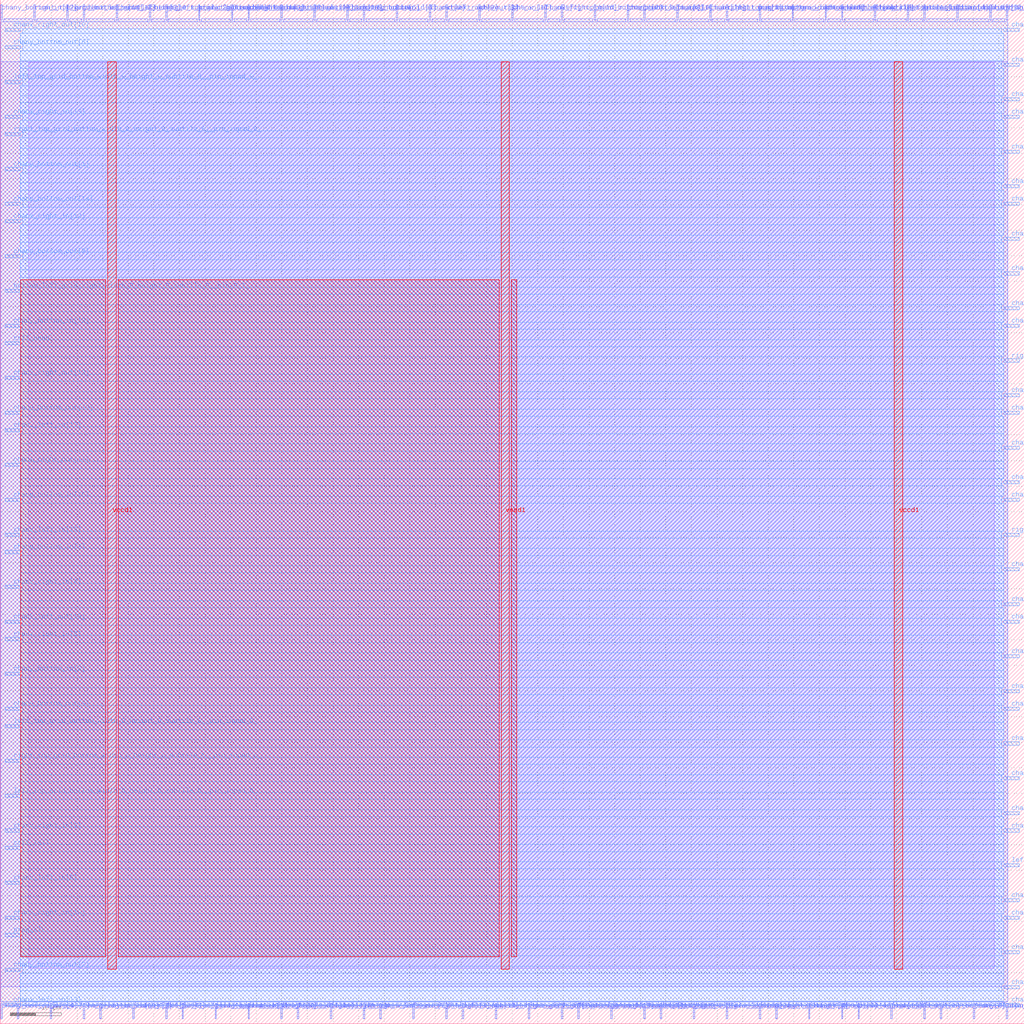
<source format=lef>
VERSION 5.7 ;
  NOWIREEXTENSIONATPIN ON ;
  DIVIDERCHAR "/" ;
  BUSBITCHARS "[]" ;
MACRO sb_1__4_
  CLASS BLOCK ;
  FOREIGN sb_1__4_ ;
  ORIGIN 0.000 0.000 ;
  SIZE 200.000 BY 200.000 ;
  PIN bottom_left_grid_right_width_0_height_0_subtile_0__pin_O_1_
    DIRECTION INPUT ;
    USE SIGNAL ;
    PORT
      LAYER met3 ;
        RECT 1.000 142.840 4.000 143.440 ;
    END
  END bottom_left_grid_right_width_0_height_0_subtile_0__pin_O_1_
  PIN bottom_left_grid_right_width_0_height_0_subtile_0__pin_O_5_
    DIRECTION INPUT ;
    USE SIGNAL ;
    PORT
      LAYER met2 ;
        RECT 29.070 196.000 29.350 199.000 ;
    END
  END bottom_left_grid_right_width_0_height_0_subtile_0__pin_O_5_
  PIN bottom_right_grid_left_width_0_height_0_subtile_0__pin_O_3_
    DIRECTION INPUT ;
    USE SIGNAL ;
    PORT
      LAYER met2 ;
        RECT 64.490 1.000 64.770 4.000 ;
    END
  END bottom_right_grid_left_width_0_height_0_subtile_0__pin_O_3_
  PIN bottom_right_grid_left_width_0_height_0_subtile_0__pin_O_7_
    DIRECTION INPUT ;
    USE SIGNAL ;
    PORT
      LAYER met2 ;
        RECT 96.690 1.000 96.970 4.000 ;
    END
  END bottom_right_grid_left_width_0_height_0_subtile_0__pin_O_7_
  PIN ccff_head
    DIRECTION INPUT ;
    USE SIGNAL ;
    PORT
      LAYER met3 ;
        RECT 1.000 132.640 4.000 133.240 ;
    END
  END ccff_head
  PIN ccff_tail
    DIRECTION OUTPUT TRISTATE ;
    USE SIGNAL ;
    PORT
      LAYER met3 ;
        RECT 1.000 34.040 4.000 34.640 ;
    END
  END ccff_tail
  PIN chanx_left_in[0]
    DIRECTION INPUT ;
    USE SIGNAL ;
    PORT
      LAYER met3 ;
        RECT 196.000 153.040 199.000 153.640 ;
    END
  END chanx_left_in[0]
  PIN chanx_left_in[10]
    DIRECTION INPUT ;
    USE SIGNAL ;
    PORT
      LAYER met2 ;
        RECT 58.050 1.000 58.330 4.000 ;
    END
  END chanx_left_in[10]
  PIN chanx_left_in[11]
    DIRECTION INPUT ;
    USE SIGNAL ;
    PORT
      LAYER met2 ;
        RECT 125.670 196.000 125.950 199.000 ;
    END
  END chanx_left_in[11]
  PIN chanx_left_in[12]
    DIRECTION INPUT ;
    USE SIGNAL ;
    PORT
      LAYER met3 ;
        RECT 196.000 40.840 199.000 41.440 ;
    END
  END chanx_left_in[12]
  PIN chanx_left_in[13]
    DIRECTION INPUT ;
    USE SIGNAL ;
    PORT
      LAYER met3 ;
        RECT 1.000 3.440 4.000 4.040 ;
    END
  END chanx_left_in[13]
  PIN chanx_left_in[14]
    DIRECTION INPUT ;
    USE SIGNAL ;
    PORT
      LAYER met3 ;
        RECT 196.000 176.840 199.000 177.440 ;
    END
  END chanx_left_in[14]
  PIN chanx_left_in[15]
    DIRECTION INPUT ;
    USE SIGNAL ;
    PORT
      LAYER met3 ;
        RECT 1.000 95.240 4.000 95.840 ;
    END
  END chanx_left_in[15]
  PIN chanx_left_in[16]
    DIRECTION INPUT ;
    USE SIGNAL ;
    PORT
      LAYER met2 ;
        RECT 132.110 196.000 132.390 199.000 ;
    END
  END chanx_left_in[16]
  PIN chanx_left_in[17]
    DIRECTION INPUT ;
    USE SIGNAL ;
    PORT
      LAYER met3 ;
        RECT 1.000 115.640 4.000 116.240 ;
    END
  END chanx_left_in[17]
  PIN chanx_left_in[18]
    DIRECTION INPUT ;
    USE SIGNAL ;
    PORT
      LAYER met2 ;
        RECT 61.270 196.000 61.550 199.000 ;
    END
  END chanx_left_in[18]
  PIN chanx_left_in[1]
    DIRECTION INPUT ;
    USE SIGNAL ;
    PORT
      LAYER met3 ;
        RECT 196.000 54.440 199.000 55.040 ;
    END
  END chanx_left_in[1]
  PIN chanx_left_in[2]
    DIRECTION INPUT ;
    USE SIGNAL ;
    PORT
      LAYER met2 ;
        RECT 141.770 1.000 142.050 4.000 ;
    END
  END chanx_left_in[2]
  PIN chanx_left_in[3]
    DIRECTION INPUT ;
    USE SIGNAL ;
    PORT
      LAYER met2 ;
        RECT 22.630 196.000 22.910 199.000 ;
    END
  END chanx_left_in[3]
  PIN chanx_left_in[4]
    DIRECTION INPUT ;
    USE SIGNAL ;
    PORT
      LAYER met2 ;
        RECT 180.410 196.000 180.690 199.000 ;
    END
  END chanx_left_in[4]
  PIN chanx_left_in[5]
    DIRECTION INPUT ;
    USE SIGNAL ;
    PORT
      LAYER met2 ;
        RECT 186.850 196.000 187.130 199.000 ;
    END
  END chanx_left_in[5]
  PIN chanx_left_in[6]
    DIRECTION INPUT ;
    USE SIGNAL ;
    PORT
      LAYER met3 ;
        RECT 1.000 27.240 4.000 27.840 ;
    END
  END chanx_left_in[6]
  PIN chanx_left_in[7]
    DIRECTION INPUT ;
    USE SIGNAL ;
    PORT
      LAYER met2 ;
        RECT 103.130 1.000 103.410 4.000 ;
    END
  END chanx_left_in[7]
  PIN chanx_left_in[8]
    DIRECTION INPUT ;
    USE SIGNAL ;
    PORT
      LAYER met3 ;
        RECT 196.000 139.440 199.000 140.040 ;
    END
  END chanx_left_in[8]
  PIN chanx_left_in[9]
    DIRECTION INPUT ;
    USE SIGNAL ;
    PORT
      LAYER met3 ;
        RECT 196.000 61.240 199.000 61.840 ;
    END
  END chanx_left_in[9]
  PIN chanx_left_out[0]
    DIRECTION OUTPUT TRISTATE ;
    USE SIGNAL ;
    PORT
      LAYER met2 ;
        RECT 77.370 196.000 77.650 199.000 ;
    END
  END chanx_left_out[0]
  PIN chanx_left_out[10]
    DIRECTION OUTPUT TRISTATE ;
    USE SIGNAL ;
    PORT
      LAYER met2 ;
        RECT 196.510 1.000 196.790 4.000 ;
    END
  END chanx_left_out[10]
  PIN chanx_left_out[11]
    DIRECTION OUTPUT TRISTATE ;
    USE SIGNAL ;
    PORT
      LAYER met2 ;
        RECT 164.310 196.000 164.590 199.000 ;
    END
  END chanx_left_out[11]
  PIN chanx_left_out[12]
    DIRECTION OUTPUT TRISTATE ;
    USE SIGNAL ;
    PORT
      LAYER met2 ;
        RECT 87.030 1.000 87.310 4.000 ;
    END
  END chanx_left_out[12]
  PIN chanx_left_out[13]
    DIRECTION OUTPUT TRISTATE ;
    USE SIGNAL ;
    PORT
      LAYER met2 ;
        RECT 16.190 196.000 16.470 199.000 ;
    END
  END chanx_left_out[13]
  PIN chanx_left_out[14]
    DIRECTION OUTPUT TRISTATE ;
    USE SIGNAL ;
    PORT
      LAYER met2 ;
        RECT 54.830 1.000 55.110 4.000 ;
    END
  END chanx_left_out[14]
  PIN chanx_left_out[15]
    DIRECTION OUTPUT TRISTATE ;
    USE SIGNAL ;
    PORT
      LAYER met3 ;
        RECT 1.000 78.240 4.000 78.840 ;
    END
  END chanx_left_out[15]
  PIN chanx_left_out[16]
    DIRECTION OUTPUT TRISTATE ;
    USE SIGNAL ;
    PORT
      LAYER met2 ;
        RECT 125.670 1.000 125.950 4.000 ;
    END
  END chanx_left_out[16]
  PIN chanx_left_out[17]
    DIRECTION OUTPUT TRISTATE ;
    USE SIGNAL ;
    PORT
      LAYER met3 ;
        RECT 196.000 64.640 199.000 65.240 ;
    END
  END chanx_left_out[17]
  PIN chanx_left_out[18]
    DIRECTION OUTPUT TRISTATE ;
    USE SIGNAL ;
    PORT
      LAYER met3 ;
        RECT 196.000 136.040 199.000 136.640 ;
    END
  END chanx_left_out[18]
  PIN chanx_left_out[1]
    DIRECTION OUTPUT TRISTATE ;
    USE SIGNAL ;
    PORT
      LAYER met2 ;
        RECT 173.970 1.000 174.250 4.000 ;
    END
  END chanx_left_out[1]
  PIN chanx_left_out[2]
    DIRECTION OUTPUT TRISTATE ;
    USE SIGNAL ;
    PORT
      LAYER met2 ;
        RECT 74.150 1.000 74.430 4.000 ;
    END
  END chanx_left_out[2]
  PIN chanx_left_out[3]
    DIRECTION OUTPUT TRISTATE ;
    USE SIGNAL ;
    PORT
      LAYER met2 ;
        RECT 161.090 196.000 161.370 199.000 ;
    END
  END chanx_left_out[3]
  PIN chanx_left_out[4]
    DIRECTION OUTPUT TRISTATE ;
    USE SIGNAL ;
    PORT
      LAYER met2 ;
        RECT 99.910 196.000 100.190 199.000 ;
    END
  END chanx_left_out[4]
  PIN chanx_left_out[5]
    DIRECTION OUTPUT TRISTATE ;
    USE SIGNAL ;
    PORT
      LAYER met2 ;
        RECT 167.530 1.000 167.810 4.000 ;
    END
  END chanx_left_out[5]
  PIN chanx_left_out[6]
    DIRECTION OUTPUT TRISTATE ;
    USE SIGNAL ;
    PORT
      LAYER met3 ;
        RECT 196.000 81.640 199.000 82.240 ;
    END
  END chanx_left_out[6]
  PIN chanx_left_out[7]
    DIRECTION OUTPUT TRISTATE ;
    USE SIGNAL ;
    PORT
      LAYER met2 ;
        RECT 38.730 196.000 39.010 199.000 ;
    END
  END chanx_left_out[7]
  PIN chanx_left_out[8]
    DIRECTION OUTPUT TRISTATE ;
    USE SIGNAL ;
    PORT
      LAYER met3 ;
        RECT 196.000 119.040 199.000 119.640 ;
    END
  END chanx_left_out[8]
  PIN chanx_left_out[9]
    DIRECTION OUTPUT TRISTATE ;
    USE SIGNAL ;
    PORT
      LAYER met2 ;
        RECT 83.810 196.000 84.090 199.000 ;
    END
  END chanx_left_out[9]
  PIN chanx_right_in[0]
    DIRECTION INPUT ;
    USE SIGNAL ;
    PORT
      LAYER met3 ;
        RECT 196.000 163.240 199.000 163.840 ;
    END
  END chanx_right_in[0]
  PIN chanx_right_in[10]
    DIRECTION INPUT ;
    USE SIGNAL ;
    PORT
      LAYER met3 ;
        RECT 1.000 20.440 4.000 21.040 ;
    END
  END chanx_right_in[10]
  PIN chanx_right_in[11]
    DIRECTION INPUT ;
    USE SIGNAL ;
    PORT
      LAYER met3 ;
        RECT 196.000 88.440 199.000 89.040 ;
    END
  END chanx_right_in[11]
  PIN chanx_right_in[12]
    DIRECTION INPUT ;
    USE SIGNAL ;
    PORT
      LAYER met3 ;
        RECT 1.000 156.440 4.000 157.040 ;
    END
  END chanx_right_in[12]
  PIN chanx_right_in[13]
    DIRECTION INPUT ;
    USE SIGNAL ;
    PORT
      LAYER met3 ;
        RECT 1.000 176.840 4.000 177.440 ;
    END
  END chanx_right_in[13]
  PIN chanx_right_in[14]
    DIRECTION INPUT ;
    USE SIGNAL ;
    PORT
      LAYER met3 ;
        RECT 196.000 159.840 199.000 160.440 ;
    END
  END chanx_right_in[14]
  PIN chanx_right_in[15]
    DIRECTION INPUT ;
    USE SIGNAL ;
    PORT
      LAYER met3 ;
        RECT 196.000 6.840 199.000 7.440 ;
    END
  END chanx_right_in[15]
  PIN chanx_right_in[16]
    DIRECTION INPUT ;
    USE SIGNAL ;
    PORT
      LAYER met2 ;
        RECT 106.350 196.000 106.630 199.000 ;
    END
  END chanx_right_in[16]
  PIN chanx_right_in[17]
    DIRECTION INPUT ;
    USE SIGNAL ;
    PORT
      LAYER met2 ;
        RECT 93.470 196.000 93.750 199.000 ;
    END
  END chanx_right_in[17]
  PIN chanx_right_in[18]
    DIRECTION INPUT ;
    USE SIGNAL ;
    PORT
      LAYER met2 ;
        RECT 154.650 196.000 154.930 199.000 ;
    END
  END chanx_right_in[18]
  PIN chanx_right_in[1]
    DIRECTION INPUT ;
    USE SIGNAL ;
    PORT
      LAYER met3 ;
        RECT 196.000 187.040 199.000 187.640 ;
    END
  END chanx_right_in[1]
  PIN chanx_right_in[2]
    DIRECTION INPUT ;
    USE SIGNAL ;
    PORT
      LAYER met2 ;
        RECT 116.010 196.000 116.290 199.000 ;
    END
  END chanx_right_in[2]
  PIN chanx_right_in[3]
    DIRECTION INPUT ;
    USE SIGNAL ;
    PORT
      LAYER met2 ;
        RECT 48.390 1.000 48.670 4.000 ;
    END
  END chanx_right_in[3]
  PIN chanx_right_in[4]
    DIRECTION INPUT ;
    USE SIGNAL ;
    PORT
      LAYER met3 ;
        RECT 1.000 85.040 4.000 85.640 ;
    END
  END chanx_right_in[4]
  PIN chanx_right_in[5]
    DIRECTION INPUT ;
    USE SIGNAL ;
    PORT
      LAYER met3 ;
        RECT 1.000 37.440 4.000 38.040 ;
    END
  END chanx_right_in[5]
  PIN chanx_right_in[6]
    DIRECTION INPUT ;
    USE SIGNAL ;
    PORT
      LAYER met2 ;
        RECT 157.870 1.000 158.150 4.000 ;
    END
  END chanx_right_in[6]
  PIN chanx_right_in[7]
    DIRECTION INPUT ;
    USE SIGNAL ;
    PORT
      LAYER met3 ;
        RECT 196.000 3.440 199.000 4.040 ;
    END
  END chanx_right_in[7]
  PIN chanx_right_in[8]
    DIRECTION INPUT ;
    USE SIGNAL ;
    PORT
      LAYER met3 ;
        RECT 1.000 74.840 4.000 75.440 ;
    END
  END chanx_right_in[8]
  PIN chanx_right_in[9]
    DIRECTION INPUT ;
    USE SIGNAL ;
    PORT
      LAYER met3 ;
        RECT 196.000 37.440 199.000 38.040 ;
    END
  END chanx_right_in[9]
  PIN chanx_right_out[0]
    DIRECTION OUTPUT TRISTATE ;
    USE SIGNAL ;
    PORT
      LAYER met2 ;
        RECT 54.830 196.000 55.110 199.000 ;
    END
  END chanx_right_out[0]
  PIN chanx_right_out[10]
    DIRECTION OUTPUT TRISTATE ;
    USE SIGNAL ;
    PORT
      LAYER met3 ;
        RECT 1.000 193.840 4.000 194.440 ;
    END
  END chanx_right_out[10]
  PIN chanx_right_out[11]
    DIRECTION OUTPUT TRISTATE ;
    USE SIGNAL ;
    PORT
      LAYER met3 ;
        RECT 1.000 108.840 4.000 109.440 ;
    END
  END chanx_right_out[11]
  PIN chanx_right_out[12]
    DIRECTION OUTPUT TRISTATE ;
    USE SIGNAL ;
    PORT
      LAYER met2 ;
        RECT 80.590 1.000 80.870 4.000 ;
    END
  END chanx_right_out[12]
  PIN chanx_right_out[13]
    DIRECTION OUTPUT TRISTATE ;
    USE SIGNAL ;
    PORT
      LAYER met3 ;
        RECT 1.000 125.840 4.000 126.440 ;
    END
  END chanx_right_out[13]
  PIN chanx_right_out[14]
    DIRECTION OUTPUT TRISTATE ;
    USE SIGNAL ;
    PORT
      LAYER met2 ;
        RECT 170.750 196.000 171.030 199.000 ;
    END
  END chanx_right_out[14]
  PIN chanx_right_out[15]
    DIRECTION OUTPUT TRISTATE ;
    USE SIGNAL ;
    PORT
      LAYER met2 ;
        RECT 112.790 1.000 113.070 4.000 ;
    END
  END chanx_right_out[15]
  PIN chanx_right_out[16]
    DIRECTION OUTPUT TRISTATE ;
    USE SIGNAL ;
    PORT
      LAYER met2 ;
        RECT 148.210 1.000 148.490 4.000 ;
    END
  END chanx_right_out[16]
  PIN chanx_right_out[17]
    DIRECTION OUTPUT TRISTATE ;
    USE SIGNAL ;
    PORT
      LAYER met3 ;
        RECT 196.000 122.440 199.000 123.040 ;
    END
  END chanx_right_out[17]
  PIN chanx_right_out[18]
    DIRECTION OUTPUT TRISTATE ;
    USE SIGNAL ;
    PORT
      LAYER met3 ;
        RECT 196.000 23.840 199.000 24.440 ;
    END
  END chanx_right_out[18]
  PIN chanx_right_out[1]
    DIRECTION OUTPUT TRISTATE ;
    USE SIGNAL ;
    PORT
      LAYER met2 ;
        RECT 138.550 196.000 138.830 199.000 ;
    END
  END chanx_right_out[1]
  PIN chanx_right_out[2]
    DIRECTION OUTPUT TRISTATE ;
    USE SIGNAL ;
    PORT
      LAYER met3 ;
        RECT 196.000 193.840 199.000 194.440 ;
    END
  END chanx_right_out[2]
  PIN chanx_right_out[3]
    DIRECTION OUTPUT TRISTATE ;
    USE SIGNAL ;
    PORT
      LAYER met2 ;
        RECT 87.030 196.000 87.310 199.000 ;
    END
  END chanx_right_out[3]
  PIN chanx_right_out[4]
    DIRECTION OUTPUT TRISTATE ;
    USE SIGNAL ;
    PORT
      LAYER met2 ;
        RECT 3.310 1.000 3.590 4.000 ;
    END
  END chanx_right_out[4]
  PIN chanx_right_out[5]
    DIRECTION OUTPUT TRISTATE ;
    USE SIGNAL ;
    PORT
      LAYER met2 ;
        RECT 25.850 1.000 26.130 4.000 ;
    END
  END chanx_right_out[5]
  PIN chanx_right_out[6]
    DIRECTION OUTPUT TRISTATE ;
    USE SIGNAL ;
    PORT
      LAYER met2 ;
        RECT 67.710 196.000 67.990 199.000 ;
    END
  END chanx_right_out[6]
  PIN chanx_right_out[7]
    DIRECTION OUTPUT TRISTATE ;
    USE SIGNAL ;
    PORT
      LAYER met2 ;
        RECT 45.170 196.000 45.450 199.000 ;
    END
  END chanx_right_out[7]
  PIN chanx_right_out[8]
    DIRECTION OUTPUT TRISTATE ;
    USE SIGNAL ;
    PORT
      LAYER met3 ;
        RECT 196.000 105.440 199.000 106.040 ;
    END
  END chanx_right_out[8]
  PIN chanx_right_out[9]
    DIRECTION OUTPUT TRISTATE ;
    USE SIGNAL ;
    PORT
      LAYER met3 ;
        RECT 196.000 71.440 199.000 72.040 ;
    END
  END chanx_right_out[9]
  PIN chany_bottom_in[0]
    DIRECTION INPUT ;
    USE SIGNAL ;
    PORT
      LAYER met2 ;
        RECT 196.510 196.000 196.790 199.000 ;
    END
  END chany_bottom_in[0]
  PIN chany_bottom_in[10]
    DIRECTION INPUT ;
    USE SIGNAL ;
    PORT
      LAYER met2 ;
        RECT 16.190 1.000 16.470 4.000 ;
    END
  END chany_bottom_in[10]
  PIN chany_bottom_in[11]
    DIRECTION INPUT ;
    USE SIGNAL ;
    PORT
      LAYER met3 ;
        RECT 196.000 13.640 199.000 14.240 ;
    END
  END chany_bottom_in[11]
  PIN chany_bottom_in[12]
    DIRECTION INPUT ;
    USE SIGNAL ;
    PORT
      LAYER met3 ;
        RECT 196.000 78.240 199.000 78.840 ;
    END
  END chany_bottom_in[12]
  PIN chany_bottom_in[13]
    DIRECTION INPUT ;
    USE SIGNAL ;
    PORT
      LAYER met3 ;
        RECT 1.000 136.040 4.000 136.640 ;
    END
  END chany_bottom_in[13]
  PIN chany_bottom_in[14]
    DIRECTION INPUT ;
    USE SIGNAL ;
    PORT
      LAYER met2 ;
        RECT 12.970 196.000 13.250 199.000 ;
    END
  END chany_bottom_in[14]
  PIN chany_bottom_in[15]
    DIRECTION INPUT ;
    USE SIGNAL ;
    PORT
      LAYER met2 ;
        RECT 183.630 1.000 183.910 4.000 ;
    END
  END chany_bottom_in[15]
  PIN chany_bottom_in[16]
    DIRECTION INPUT ;
    USE SIGNAL ;
    PORT
      LAYER met3 ;
        RECT 1.000 102.040 4.000 102.640 ;
    END
  END chany_bottom_in[16]
  PIN chany_bottom_in[17]
    DIRECTION INPUT ;
    USE SIGNAL ;
    PORT
      LAYER met2 ;
        RECT 0.090 196.000 0.370 199.000 ;
    END
  END chany_bottom_in[17]
  PIN chany_bottom_in[18]
    DIRECTION INPUT ;
    USE SIGNAL ;
    PORT
      LAYER met2 ;
        RECT 193.290 196.000 193.570 199.000 ;
    END
  END chany_bottom_in[18]
  PIN chany_bottom_in[1]
    DIRECTION INPUT ;
    USE SIGNAL ;
    PORT
      LAYER met2 ;
        RECT 41.950 1.000 42.230 4.000 ;
    END
  END chany_bottom_in[1]
  PIN chany_bottom_in[2]
    DIRECTION INPUT ;
    USE SIGNAL ;
    PORT
      LAYER met3 ;
        RECT 1.000 91.840 4.000 92.440 ;
    END
  END chany_bottom_in[2]
  PIN chany_bottom_in[3]
    DIRECTION INPUT ;
    USE SIGNAL ;
    PORT
      LAYER met2 ;
        RECT 119.230 1.000 119.510 4.000 ;
    END
  END chany_bottom_in[3]
  PIN chany_bottom_in[4]
    DIRECTION INPUT ;
    USE SIGNAL ;
    PORT
      LAYER met2 ;
        RECT 190.070 1.000 190.350 4.000 ;
    END
  END chany_bottom_in[4]
  PIN chany_bottom_in[5]
    DIRECTION INPUT ;
    USE SIGNAL ;
    PORT
      LAYER met2 ;
        RECT 70.930 196.000 71.210 199.000 ;
    END
  END chany_bottom_in[5]
  PIN chany_bottom_in[6]
    DIRECTION INPUT ;
    USE SIGNAL ;
    PORT
      LAYER met2 ;
        RECT 151.430 1.000 151.710 4.000 ;
    END
  END chany_bottom_in[6]
  PIN chany_bottom_in[7]
    DIRECTION INPUT ;
    USE SIGNAL ;
    PORT
      LAYER met2 ;
        RECT 19.410 1.000 19.690 4.000 ;
    END
  END chany_bottom_in[7]
  PIN chany_bottom_in[8]
    DIRECTION INPUT ;
    USE SIGNAL ;
    PORT
      LAYER met3 ;
        RECT 1.000 68.040 4.000 68.640 ;
    END
  END chany_bottom_in[8]
  PIN chany_bottom_in[9]
    DIRECTION INPUT ;
    USE SIGNAL ;
    PORT
      LAYER met3 ;
        RECT 196.000 20.440 199.000 21.040 ;
    END
  END chany_bottom_in[9]
  PIN chany_bottom_out[0]
    DIRECTION OUTPUT TRISTATE ;
    USE SIGNAL ;
    PORT
      LAYER met3 ;
        RECT 196.000 146.240 199.000 146.840 ;
    END
  END chany_bottom_out[0]
  PIN chany_bottom_out[10]
    DIRECTION OUTPUT TRISTATE ;
    USE SIGNAL ;
    PORT
      LAYER met3 ;
        RECT 196.000 102.040 199.000 102.640 ;
    END
  END chany_bottom_out[10]
  PIN chany_bottom_out[11]
    DIRECTION OUTPUT TRISTATE ;
    USE SIGNAL ;
    PORT
      LAYER met2 ;
        RECT 164.310 1.000 164.590 4.000 ;
    END
  END chany_bottom_out[11]
  PIN chany_bottom_out[12]
    DIRECTION OUTPUT TRISTATE ;
    USE SIGNAL ;
    PORT
      LAYER met3 ;
        RECT 1.000 119.040 4.000 119.640 ;
    END
  END chany_bottom_out[12]
  PIN chany_bottom_out[13]
    DIRECTION OUTPUT TRISTATE ;
    USE SIGNAL ;
    PORT
      LAYER met3 ;
        RECT 196.000 47.640 199.000 48.240 ;
    END
  END chany_bottom_out[13]
  PIN chany_bottom_out[14]
    DIRECTION OUTPUT TRISTATE ;
    USE SIGNAL ;
    PORT
      LAYER met3 ;
        RECT 1.000 159.840 4.000 160.440 ;
    END
  END chany_bottom_out[14]
  PIN chany_bottom_out[15]
    DIRECTION OUTPUT TRISTATE ;
    USE SIGNAL ;
    PORT
      LAYER met3 ;
        RECT 196.000 112.240 199.000 112.840 ;
    END
  END chany_bottom_out[15]
  PIN chany_bottom_out[16]
    DIRECTION OUTPUT TRISTATE ;
    USE SIGNAL ;
    PORT
      LAYER met3 ;
        RECT 196.000 170.040 199.000 170.640 ;
    END
  END chany_bottom_out[16]
  PIN chany_bottom_out[17]
    DIRECTION OUTPUT TRISTATE ;
    USE SIGNAL ;
    PORT
      LAYER met2 ;
        RECT 180.410 1.000 180.690 4.000 ;
    END
  END chany_bottom_out[17]
  PIN chany_bottom_out[18]
    DIRECTION OUTPUT TRISTATE ;
    USE SIGNAL ;
    PORT
      LAYER met3 ;
        RECT 196.000 180.240 199.000 180.840 ;
    END
  END chany_bottom_out[18]
  PIN chany_bottom_out[1]
    DIRECTION OUTPUT TRISTATE ;
    USE SIGNAL ;
    PORT
      LAYER met3 ;
        RECT 1.000 166.640 4.000 167.240 ;
    END
  END chany_bottom_out[1]
  PIN chany_bottom_out[2]
    DIRECTION OUTPUT TRISTATE ;
    USE SIGNAL ;
    PORT
      LAYER met3 ;
        RECT 1.000 10.240 4.000 10.840 ;
    END
  END chany_bottom_out[2]
  PIN chany_bottom_out[3]
    DIRECTION OUTPUT TRISTATE ;
    USE SIGNAL ;
    PORT
      LAYER met3 ;
        RECT 1.000 61.240 4.000 61.840 ;
    END
  END chany_bottom_out[3]
  PIN chany_bottom_out[4]
    DIRECTION OUTPUT TRISTATE ;
    USE SIGNAL ;
    PORT
      LAYER met2 ;
        RECT 0.090 1.000 0.370 4.000 ;
    END
  END chany_bottom_out[4]
  PIN chany_bottom_out[5]
    DIRECTION OUTPUT TRISTATE ;
    USE SIGNAL ;
    PORT
      LAYER met2 ;
        RECT 128.890 1.000 129.170 4.000 ;
    END
  END chany_bottom_out[5]
  PIN chany_bottom_out[6]
    DIRECTION OUTPUT TRISTATE ;
    USE SIGNAL ;
    PORT
      LAYER met3 ;
        RECT 1.000 190.440 4.000 191.040 ;
    END
  END chany_bottom_out[6]
  PIN chany_bottom_out[7]
    DIRECTION OUTPUT TRISTATE ;
    USE SIGNAL ;
    PORT
      LAYER met2 ;
        RECT 48.390 196.000 48.670 199.000 ;
    END
  END chany_bottom_out[7]
  PIN chany_bottom_out[8]
    DIRECTION OUTPUT TRISTATE ;
    USE SIGNAL ;
    PORT
      LAYER met2 ;
        RECT 122.450 196.000 122.730 199.000 ;
    END
  END chany_bottom_out[8]
  PIN chany_bottom_out[9]
    DIRECTION OUTPUT TRISTATE ;
    USE SIGNAL ;
    PORT
      LAYER met3 ;
        RECT 1.000 149.640 4.000 150.240 ;
    END
  END chany_bottom_out[9]
  PIN left_bottom_grid_top_width_0_height_0_subtile_0__pin_O_0_
    DIRECTION INPUT ;
    USE SIGNAL ;
    PORT
      LAYER met2 ;
        RECT 32.290 1.000 32.570 4.000 ;
    END
  END left_bottom_grid_top_width_0_height_0_subtile_0__pin_O_0_
  PIN left_bottom_grid_top_width_0_height_0_subtile_0__pin_O_4_
    DIRECTION INPUT ;
    USE SIGNAL ;
    PORT
      LAYER met2 ;
        RECT 9.750 1.000 10.030 4.000 ;
    END
  END left_bottom_grid_top_width_0_height_0_subtile_0__pin_O_4_
  PIN left_top_grid_bottom_width_0_height_0_subtile_0__pin_inpad_0_
    DIRECTION INPUT ;
    USE SIGNAL ;
    PORT
      LAYER met3 ;
        RECT 1.000 44.240 4.000 44.840 ;
    END
  END left_top_grid_bottom_width_0_height_0_subtile_0__pin_inpad_0_
  PIN left_top_grid_bottom_width_0_height_0_subtile_1__pin_inpad_0_
    DIRECTION INPUT ;
    USE SIGNAL ;
    PORT
      LAYER met2 ;
        RECT 109.570 196.000 109.850 199.000 ;
    END
  END left_top_grid_bottom_width_0_height_0_subtile_1__pin_inpad_0_
  PIN left_top_grid_bottom_width_0_height_0_subtile_2__pin_inpad_0_
    DIRECTION INPUT ;
    USE SIGNAL ;
    PORT
      LAYER met2 ;
        RECT 90.250 1.000 90.530 4.000 ;
    END
  END left_top_grid_bottom_width_0_height_0_subtile_2__pin_inpad_0_
  PIN left_top_grid_bottom_width_0_height_0_subtile_3__pin_inpad_0_
    DIRECTION INPUT ;
    USE SIGNAL ;
    PORT
      LAYER met2 ;
        RECT 177.190 196.000 177.470 199.000 ;
    END
  END left_top_grid_bottom_width_0_height_0_subtile_3__pin_inpad_0_
  PIN left_top_grid_bottom_width_0_height_0_subtile_4__pin_inpad_0_
    DIRECTION INPUT ;
    USE SIGNAL ;
    PORT
      LAYER met3 ;
        RECT 196.000 30.640 199.000 31.240 ;
    END
  END left_top_grid_bottom_width_0_height_0_subtile_4__pin_inpad_0_
  PIN left_top_grid_bottom_width_0_height_0_subtile_5__pin_inpad_0_
    DIRECTION INPUT ;
    USE SIGNAL ;
    PORT
      LAYER met3 ;
        RECT 1.000 183.640 4.000 184.240 ;
    END
  END left_top_grid_bottom_width_0_height_0_subtile_5__pin_inpad_0_
  PIN left_top_grid_bottom_width_0_height_0_subtile_6__pin_inpad_0_
    DIRECTION INPUT ;
    USE SIGNAL ;
    PORT
      LAYER met3 ;
        RECT 1.000 57.840 4.000 58.440 ;
    END
  END left_top_grid_bottom_width_0_height_0_subtile_6__pin_inpad_0_
  PIN left_top_grid_bottom_width_0_height_0_subtile_7__pin_inpad_0_
    DIRECTION INPUT ;
    USE SIGNAL ;
    PORT
      LAYER met2 ;
        RECT 35.510 1.000 35.790 4.000 ;
    END
  END left_top_grid_bottom_width_0_height_0_subtile_7__pin_inpad_0_
  PIN pReset
    DIRECTION INPUT ;
    USE SIGNAL ;
    PORT
      LAYER met2 ;
        RECT 70.930 1.000 71.210 4.000 ;
    END
  END pReset
  PIN prog_clk
    DIRECTION INPUT ;
    USE SIGNAL ;
    PORT
      LAYER met3 ;
        RECT 1.000 17.040 4.000 17.640 ;
    END
  END prog_clk
  PIN right_bottom_grid_top_width_0_height_0_subtile_0__pin_O_0_
    DIRECTION INPUT ;
    USE SIGNAL ;
    PORT
      LAYER met3 ;
        RECT 196.000 129.240 199.000 129.840 ;
    END
  END right_bottom_grid_top_width_0_height_0_subtile_0__pin_O_0_
  PIN right_bottom_grid_top_width_0_height_0_subtile_0__pin_O_4_
    DIRECTION INPUT ;
    USE SIGNAL ;
    PORT
      LAYER met2 ;
        RECT 109.570 1.000 109.850 4.000 ;
    END
  END right_bottom_grid_top_width_0_height_0_subtile_0__pin_O_4_
  PIN right_top_grid_bottom_width_0_height_0_subtile_0__pin_inpad_0_
    DIRECTION INPUT ;
    USE SIGNAL ;
    PORT
      LAYER met2 ;
        RECT 148.210 196.000 148.490 199.000 ;
    END
  END right_top_grid_bottom_width_0_height_0_subtile_0__pin_inpad_0_
  PIN right_top_grid_bottom_width_0_height_0_subtile_1__pin_inpad_0_
    DIRECTION INPUT ;
    USE SIGNAL ;
    PORT
      LAYER met2 ;
        RECT 141.770 196.000 142.050 199.000 ;
    END
  END right_top_grid_bottom_width_0_height_0_subtile_1__pin_inpad_0_
  PIN right_top_grid_bottom_width_0_height_0_subtile_2__pin_inpad_0_
    DIRECTION INPUT ;
    USE SIGNAL ;
    PORT
      LAYER met2 ;
        RECT 6.530 196.000 6.810 199.000 ;
    END
  END right_top_grid_bottom_width_0_height_0_subtile_2__pin_inpad_0_
  PIN right_top_grid_bottom_width_0_height_0_subtile_3__pin_inpad_0_
    DIRECTION INPUT ;
    USE SIGNAL ;
    PORT
      LAYER met2 ;
        RECT 32.290 196.000 32.570 199.000 ;
    END
  END right_top_grid_bottom_width_0_height_0_subtile_3__pin_inpad_0_
  PIN right_top_grid_bottom_width_0_height_0_subtile_4__pin_inpad_0_
    DIRECTION INPUT ;
    USE SIGNAL ;
    PORT
      LAYER met2 ;
        RECT 135.330 1.000 135.610 4.000 ;
    END
  END right_top_grid_bottom_width_0_height_0_subtile_4__pin_inpad_0_
  PIN right_top_grid_bottom_width_0_height_0_subtile_5__pin_inpad_0_
    DIRECTION INPUT ;
    USE SIGNAL ;
    PORT
      LAYER met3 ;
        RECT 1.000 51.040 4.000 51.640 ;
    END
  END right_top_grid_bottom_width_0_height_0_subtile_5__pin_inpad_0_
  PIN right_top_grid_bottom_width_0_height_0_subtile_6__pin_inpad_0_
    DIRECTION INPUT ;
    USE SIGNAL ;
    PORT
      LAYER met3 ;
        RECT 1.000 173.440 4.000 174.040 ;
    END
  END right_top_grid_bottom_width_0_height_0_subtile_6__pin_inpad_0_
  PIN right_top_grid_bottom_width_0_height_0_subtile_7__pin_inpad_0_
    DIRECTION INPUT ;
    USE SIGNAL ;
    PORT
      LAYER met3 ;
        RECT 196.000 95.240 199.000 95.840 ;
    END
  END right_top_grid_bottom_width_0_height_0_subtile_7__pin_inpad_0_
  PIN vccd1
    DIRECTION INOUT ;
    USE POWER ;
    PORT
      LAYER met4 ;
        RECT 21.040 10.640 22.640 187.920 ;
    END
    PORT
      LAYER met4 ;
        RECT 174.640 10.640 176.240 187.920 ;
    END
  END vccd1
  PIN vssd1
    DIRECTION INOUT ;
    USE GROUND ;
    PORT
      LAYER met4 ;
        RECT 97.840 10.640 99.440 187.920 ;
    END
  END vssd1
  OBS
      LAYER li1 ;
        RECT 5.520 10.795 194.120 187.765 ;
      LAYER met1 ;
        RECT 0.070 7.180 196.810 187.920 ;
      LAYER met2 ;
        RECT 0.650 195.720 6.250 196.250 ;
        RECT 7.090 195.720 12.690 196.250 ;
        RECT 13.530 195.720 15.910 196.250 ;
        RECT 16.750 195.720 22.350 196.250 ;
        RECT 23.190 195.720 28.790 196.250 ;
        RECT 29.630 195.720 32.010 196.250 ;
        RECT 32.850 195.720 38.450 196.250 ;
        RECT 39.290 195.720 44.890 196.250 ;
        RECT 45.730 195.720 48.110 196.250 ;
        RECT 48.950 195.720 54.550 196.250 ;
        RECT 55.390 195.720 60.990 196.250 ;
        RECT 61.830 195.720 67.430 196.250 ;
        RECT 68.270 195.720 70.650 196.250 ;
        RECT 71.490 195.720 77.090 196.250 ;
        RECT 77.930 195.720 83.530 196.250 ;
        RECT 84.370 195.720 86.750 196.250 ;
        RECT 87.590 195.720 93.190 196.250 ;
        RECT 94.030 195.720 99.630 196.250 ;
        RECT 100.470 195.720 106.070 196.250 ;
        RECT 106.910 195.720 109.290 196.250 ;
        RECT 110.130 195.720 115.730 196.250 ;
        RECT 116.570 195.720 122.170 196.250 ;
        RECT 123.010 195.720 125.390 196.250 ;
        RECT 126.230 195.720 131.830 196.250 ;
        RECT 132.670 195.720 138.270 196.250 ;
        RECT 139.110 195.720 141.490 196.250 ;
        RECT 142.330 195.720 147.930 196.250 ;
        RECT 148.770 195.720 154.370 196.250 ;
        RECT 155.210 195.720 160.810 196.250 ;
        RECT 161.650 195.720 164.030 196.250 ;
        RECT 164.870 195.720 170.470 196.250 ;
        RECT 171.310 195.720 176.910 196.250 ;
        RECT 177.750 195.720 180.130 196.250 ;
        RECT 180.970 195.720 186.570 196.250 ;
        RECT 187.410 195.720 193.010 196.250 ;
        RECT 193.850 195.720 196.230 196.250 ;
        RECT 0.100 4.280 196.780 195.720 ;
        RECT 0.650 3.555 3.030 4.280 ;
        RECT 3.870 3.555 9.470 4.280 ;
        RECT 10.310 3.555 15.910 4.280 ;
        RECT 16.750 3.555 19.130 4.280 ;
        RECT 19.970 3.555 25.570 4.280 ;
        RECT 26.410 3.555 32.010 4.280 ;
        RECT 32.850 3.555 35.230 4.280 ;
        RECT 36.070 3.555 41.670 4.280 ;
        RECT 42.510 3.555 48.110 4.280 ;
        RECT 48.950 3.555 54.550 4.280 ;
        RECT 55.390 3.555 57.770 4.280 ;
        RECT 58.610 3.555 64.210 4.280 ;
        RECT 65.050 3.555 70.650 4.280 ;
        RECT 71.490 3.555 73.870 4.280 ;
        RECT 74.710 3.555 80.310 4.280 ;
        RECT 81.150 3.555 86.750 4.280 ;
        RECT 87.590 3.555 89.970 4.280 ;
        RECT 90.810 3.555 96.410 4.280 ;
        RECT 97.250 3.555 102.850 4.280 ;
        RECT 103.690 3.555 109.290 4.280 ;
        RECT 110.130 3.555 112.510 4.280 ;
        RECT 113.350 3.555 118.950 4.280 ;
        RECT 119.790 3.555 125.390 4.280 ;
        RECT 126.230 3.555 128.610 4.280 ;
        RECT 129.450 3.555 135.050 4.280 ;
        RECT 135.890 3.555 141.490 4.280 ;
        RECT 142.330 3.555 147.930 4.280 ;
        RECT 148.770 3.555 151.150 4.280 ;
        RECT 151.990 3.555 157.590 4.280 ;
        RECT 158.430 3.555 164.030 4.280 ;
        RECT 164.870 3.555 167.250 4.280 ;
        RECT 168.090 3.555 173.690 4.280 ;
        RECT 174.530 3.555 180.130 4.280 ;
        RECT 180.970 3.555 183.350 4.280 ;
        RECT 184.190 3.555 189.790 4.280 ;
        RECT 190.630 3.555 196.230 4.280 ;
      LAYER met3 ;
        RECT 4.400 193.440 195.600 194.305 ;
        RECT 3.950 191.440 196.000 193.440 ;
        RECT 4.400 190.040 196.000 191.440 ;
        RECT 3.950 188.040 196.000 190.040 ;
        RECT 3.950 186.640 195.600 188.040 ;
        RECT 3.950 184.640 196.000 186.640 ;
        RECT 4.400 183.240 196.000 184.640 ;
        RECT 3.950 181.240 196.000 183.240 ;
        RECT 3.950 179.840 195.600 181.240 ;
        RECT 3.950 177.840 196.000 179.840 ;
        RECT 4.400 176.440 195.600 177.840 ;
        RECT 3.950 174.440 196.000 176.440 ;
        RECT 4.400 173.040 196.000 174.440 ;
        RECT 3.950 171.040 196.000 173.040 ;
        RECT 3.950 169.640 195.600 171.040 ;
        RECT 3.950 167.640 196.000 169.640 ;
        RECT 4.400 166.240 196.000 167.640 ;
        RECT 3.950 164.240 196.000 166.240 ;
        RECT 3.950 162.840 195.600 164.240 ;
        RECT 3.950 160.840 196.000 162.840 ;
        RECT 4.400 159.440 195.600 160.840 ;
        RECT 3.950 157.440 196.000 159.440 ;
        RECT 4.400 156.040 196.000 157.440 ;
        RECT 3.950 154.040 196.000 156.040 ;
        RECT 3.950 152.640 195.600 154.040 ;
        RECT 3.950 150.640 196.000 152.640 ;
        RECT 4.400 149.240 196.000 150.640 ;
        RECT 3.950 147.240 196.000 149.240 ;
        RECT 3.950 145.840 195.600 147.240 ;
        RECT 3.950 143.840 196.000 145.840 ;
        RECT 4.400 142.440 196.000 143.840 ;
        RECT 3.950 140.440 196.000 142.440 ;
        RECT 3.950 139.040 195.600 140.440 ;
        RECT 3.950 137.040 196.000 139.040 ;
        RECT 4.400 135.640 195.600 137.040 ;
        RECT 3.950 133.640 196.000 135.640 ;
        RECT 4.400 132.240 196.000 133.640 ;
        RECT 3.950 130.240 196.000 132.240 ;
        RECT 3.950 128.840 195.600 130.240 ;
        RECT 3.950 126.840 196.000 128.840 ;
        RECT 4.400 125.440 196.000 126.840 ;
        RECT 3.950 123.440 196.000 125.440 ;
        RECT 3.950 122.040 195.600 123.440 ;
        RECT 3.950 120.040 196.000 122.040 ;
        RECT 4.400 118.640 195.600 120.040 ;
        RECT 3.950 116.640 196.000 118.640 ;
        RECT 4.400 115.240 196.000 116.640 ;
        RECT 3.950 113.240 196.000 115.240 ;
        RECT 3.950 111.840 195.600 113.240 ;
        RECT 3.950 109.840 196.000 111.840 ;
        RECT 4.400 108.440 196.000 109.840 ;
        RECT 3.950 106.440 196.000 108.440 ;
        RECT 3.950 105.040 195.600 106.440 ;
        RECT 3.950 103.040 196.000 105.040 ;
        RECT 4.400 101.640 195.600 103.040 ;
        RECT 3.950 96.240 196.000 101.640 ;
        RECT 4.400 94.840 195.600 96.240 ;
        RECT 3.950 92.840 196.000 94.840 ;
        RECT 4.400 91.440 196.000 92.840 ;
        RECT 3.950 89.440 196.000 91.440 ;
        RECT 3.950 88.040 195.600 89.440 ;
        RECT 3.950 86.040 196.000 88.040 ;
        RECT 4.400 84.640 196.000 86.040 ;
        RECT 3.950 82.640 196.000 84.640 ;
        RECT 3.950 81.240 195.600 82.640 ;
        RECT 3.950 79.240 196.000 81.240 ;
        RECT 4.400 77.840 195.600 79.240 ;
        RECT 3.950 75.840 196.000 77.840 ;
        RECT 4.400 74.440 196.000 75.840 ;
        RECT 3.950 72.440 196.000 74.440 ;
        RECT 3.950 71.040 195.600 72.440 ;
        RECT 3.950 69.040 196.000 71.040 ;
        RECT 4.400 67.640 196.000 69.040 ;
        RECT 3.950 65.640 196.000 67.640 ;
        RECT 3.950 64.240 195.600 65.640 ;
        RECT 3.950 62.240 196.000 64.240 ;
        RECT 4.400 60.840 195.600 62.240 ;
        RECT 3.950 58.840 196.000 60.840 ;
        RECT 4.400 57.440 196.000 58.840 ;
        RECT 3.950 55.440 196.000 57.440 ;
        RECT 3.950 54.040 195.600 55.440 ;
        RECT 3.950 52.040 196.000 54.040 ;
        RECT 4.400 50.640 196.000 52.040 ;
        RECT 3.950 48.640 196.000 50.640 ;
        RECT 3.950 47.240 195.600 48.640 ;
        RECT 3.950 45.240 196.000 47.240 ;
        RECT 4.400 43.840 196.000 45.240 ;
        RECT 3.950 41.840 196.000 43.840 ;
        RECT 3.950 40.440 195.600 41.840 ;
        RECT 3.950 38.440 196.000 40.440 ;
        RECT 4.400 37.040 195.600 38.440 ;
        RECT 3.950 35.040 196.000 37.040 ;
        RECT 4.400 33.640 196.000 35.040 ;
        RECT 3.950 31.640 196.000 33.640 ;
        RECT 3.950 30.240 195.600 31.640 ;
        RECT 3.950 28.240 196.000 30.240 ;
        RECT 4.400 26.840 196.000 28.240 ;
        RECT 3.950 24.840 196.000 26.840 ;
        RECT 3.950 23.440 195.600 24.840 ;
        RECT 3.950 21.440 196.000 23.440 ;
        RECT 4.400 20.040 195.600 21.440 ;
        RECT 3.950 18.040 196.000 20.040 ;
        RECT 4.400 16.640 196.000 18.040 ;
        RECT 3.950 14.640 196.000 16.640 ;
        RECT 3.950 13.240 195.600 14.640 ;
        RECT 3.950 11.240 196.000 13.240 ;
        RECT 4.400 9.840 196.000 11.240 ;
        RECT 3.950 7.840 196.000 9.840 ;
        RECT 3.950 6.440 195.600 7.840 ;
        RECT 3.950 4.440 196.000 6.440 ;
        RECT 4.400 3.575 195.600 4.440 ;
      LAYER met4 ;
        RECT 3.975 13.095 20.640 145.345 ;
        RECT 23.040 13.095 97.440 145.345 ;
        RECT 99.840 13.095 100.905 145.345 ;
  END
END sb_1__4_
END LIBRARY


</source>
